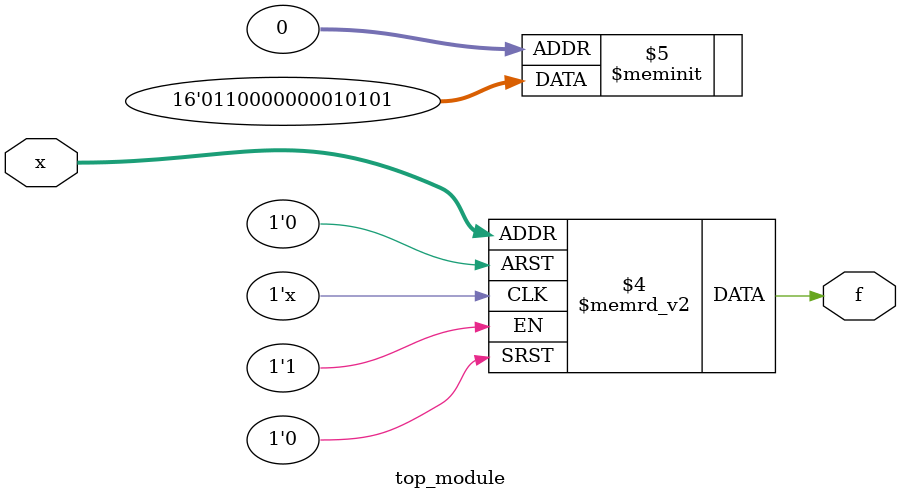
<source format=sv>
module top_module (
    input [4:1] x,
    output logic f
);

    always_comb begin
        case (x)
            4'b0000: f = 1'b1;
            4'b0001, 4'b0110, 4'b1000, 4'b1011: f = 1'b0;
            4'b0010, 4'b0100, 4'b1101, 4'b1110: f = 1'b1;
            4'b1111: f = 1'b0;
            default: f = 1'b0;
        endcase
    end

endmodule

</source>
